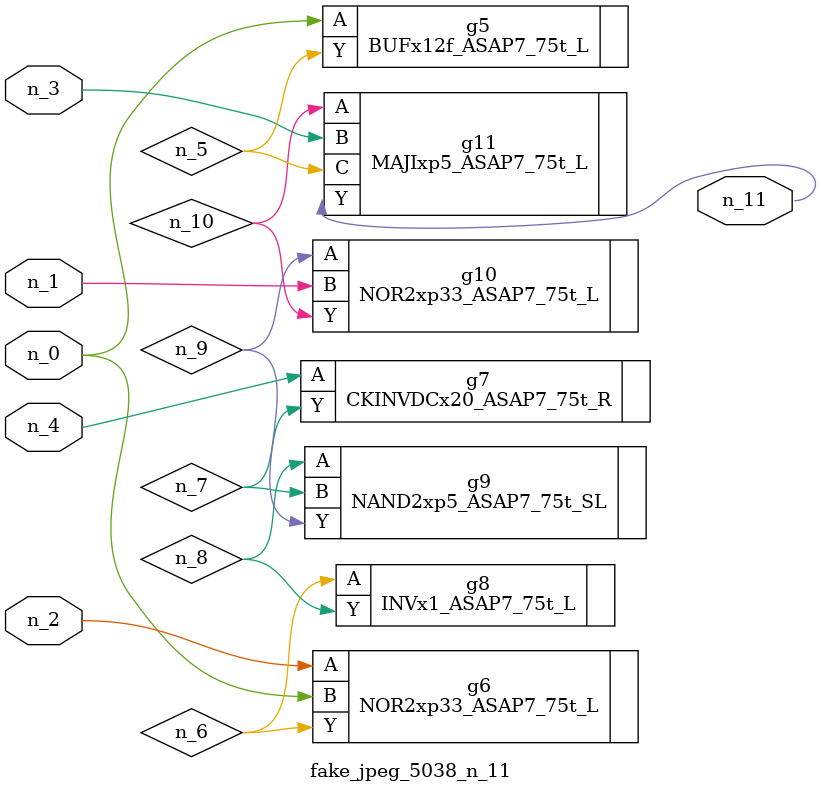
<source format=v>
module fake_jpeg_5038_n_11 (n_3, n_2, n_1, n_0, n_4, n_11);

input n_3;
input n_2;
input n_1;
input n_0;
input n_4;

output n_11;

wire n_10;
wire n_8;
wire n_9;
wire n_6;
wire n_5;
wire n_7;

BUFx12f_ASAP7_75t_L g5 ( 
.A(n_0),
.Y(n_5)
);

NOR2xp33_ASAP7_75t_L g6 ( 
.A(n_2),
.B(n_0),
.Y(n_6)
);

CKINVDCx20_ASAP7_75t_R g7 ( 
.A(n_4),
.Y(n_7)
);

INVx1_ASAP7_75t_L g8 ( 
.A(n_6),
.Y(n_8)
);

NAND2xp5_ASAP7_75t_SL g9 ( 
.A(n_8),
.B(n_7),
.Y(n_9)
);

NOR2xp33_ASAP7_75t_L g10 ( 
.A(n_9),
.B(n_1),
.Y(n_10)
);

MAJIxp5_ASAP7_75t_L g11 ( 
.A(n_10),
.B(n_3),
.C(n_5),
.Y(n_11)
);


endmodule
</source>
